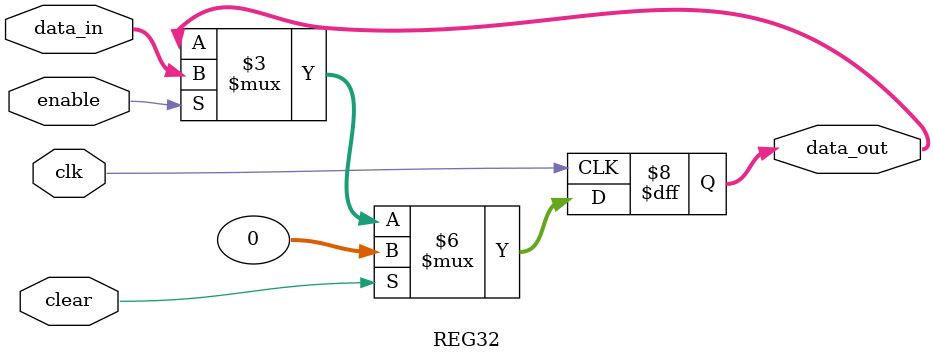
<source format=v>
`timescale 1ns / 1ps


module REG(clk, enable, clear, data_in, data_out);
input clk, enable, clear;
input data_in;
output reg data_out;
initial data_out<=0;
always @(posedge clk)begin
	if(clear) data_out<=0;
	
	else if(enable) data_out<=data_in;
end
endmodule

module REG2(clk, enable, clear, data_in, data_out);
input clk, enable, clear;
input [1:0]data_in;
output reg [1:0]data_out;
initial data_out<=0;
always @(posedge clk)begin
	if(clear) data_out<=0;
	
	else if(enable) data_out<=data_in;
end
endmodule

module REG4(clk, enable, clear, data_in, data_out);
input clk, enable, clear;
input [3:0]data_in;
output reg [3:0]data_out;
initial data_out<=0;
always @(posedge clk)begin
	if(clear) data_out<=0;
	
	else if(enable) data_out<=data_in;
end
endmodule

module REG5(clk, enable, clear, data_in, data_out);
input clk, enable, clear;
input [4:0]data_in;
output reg[4:0]data_out;
initial data_out<=0;
always @(posedge clk)begin
	if(clear) data_out<=0;
	
	else if(enable) data_out<=data_in;
end
endmodule

module REG6(clk, enable, clear, data_in, data_out);
input clk, enable, clear;
input [5:0]data_in;
output reg[5:0]data_out;
initial data_out<=0;
always @(posedge clk)begin
	if(clear) data_out<=0;
	
	else if(enable) data_out<=data_in;
end
endmodule

module REG28(clk, enable, clear, data_in, data_out);
input clk, enable, clear;
input [27:0]data_in;
output reg[27:0]data_out;
initial data_out<=0;
always @(posedge clk)begin
	if(clear) data_out<=0;
	
	else if(enable) data_out<=data_in;
end
endmodule

module REG32(clk, enable, clear, data_in, data_out);
input clk, enable, clear;
input [31:0]data_in;
output reg[31:0]data_out;
initial data_out<=0;
always @(posedge clk)begin
	if(clear) data_out<=0;
	else if(enable) data_out<=data_in;
end
endmodule




</source>
